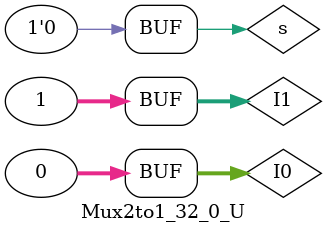
<source format=v>
`timescale 1ns / 1ps


module Mux2to1_32_0_U;
    reg [31:0]I0;
    reg [31:0]I1;
    reg s;
    wire [31:0]o;
    
    MUX2T1_32 Mux2T1_32_ub(
                    .I0(I0),
                    .I1(I1),
                    .sel(s),
                    .o(o)
                    );
    initial begin
    I1=1;
    I0=0;
    s=0;
    #50;
    s=1;
    #50;
    s=0;
    end
endmodule

</source>
